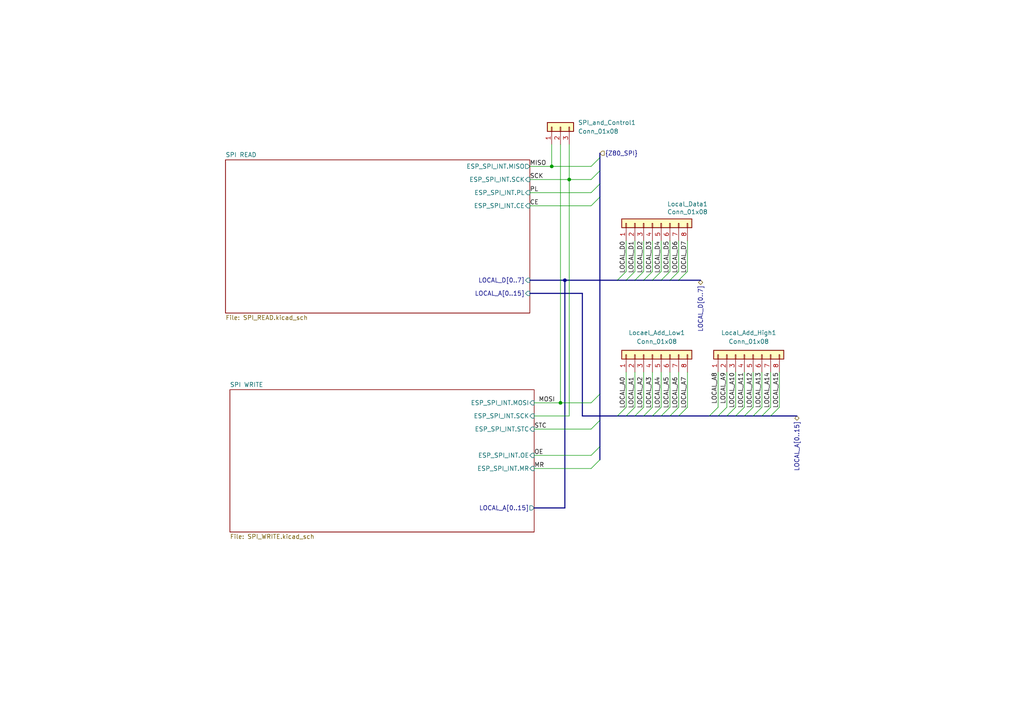
<source format=kicad_sch>
(kicad_sch
	(version 20231120)
	(generator "eeschema")
	(generator_version "8.0")
	(uuid "d3ba5bdf-b696-4f75-a3e5-7a63d251f2b7")
	(paper "A4")
	(lib_symbols
		(symbol "Connector_Generic:Conn_01x03"
			(pin_names
				(offset 1.016) hide)
			(exclude_from_sim no)
			(in_bom yes)
			(on_board yes)
			(property "Reference" "J"
				(at 0 5.08 0)
				(effects
					(font
						(size 1.27 1.27)
					)
				)
			)
			(property "Value" "Conn_01x03"
				(at 0 -5.08 0)
				(effects
					(font
						(size 1.27 1.27)
					)
				)
			)
			(property "Footprint" ""
				(at 0 0 0)
				(effects
					(font
						(size 1.27 1.27)
					)
					(hide yes)
				)
			)
			(property "Datasheet" "~"
				(at 0 0 0)
				(effects
					(font
						(size 1.27 1.27)
					)
					(hide yes)
				)
			)
			(property "Description" "Generic connector, single row, 01x03, script generated (kicad-library-utils/schlib/autogen/connector/)"
				(at 0 0 0)
				(effects
					(font
						(size 1.27 1.27)
					)
					(hide yes)
				)
			)
			(property "ki_keywords" "connector"
				(at 0 0 0)
				(effects
					(font
						(size 1.27 1.27)
					)
					(hide yes)
				)
			)
			(property "ki_fp_filters" "Connector*:*_1x??_*"
				(at 0 0 0)
				(effects
					(font
						(size 1.27 1.27)
					)
					(hide yes)
				)
			)
			(symbol "Conn_01x03_1_1"
				(rectangle
					(start -1.27 -2.413)
					(end 0 -2.667)
					(stroke
						(width 0.1524)
						(type default)
					)
					(fill
						(type none)
					)
				)
				(rectangle
					(start -1.27 0.127)
					(end 0 -0.127)
					(stroke
						(width 0.1524)
						(type default)
					)
					(fill
						(type none)
					)
				)
				(rectangle
					(start -1.27 2.667)
					(end 0 2.413)
					(stroke
						(width 0.1524)
						(type default)
					)
					(fill
						(type none)
					)
				)
				(rectangle
					(start -1.27 3.81)
					(end 1.27 -3.81)
					(stroke
						(width 0.254)
						(type default)
					)
					(fill
						(type background)
					)
				)
				(pin passive line
					(at -5.08 2.54 0)
					(length 3.81)
					(name "Pin_1"
						(effects
							(font
								(size 1.27 1.27)
							)
						)
					)
					(number "1"
						(effects
							(font
								(size 1.27 1.27)
							)
						)
					)
				)
				(pin passive line
					(at -5.08 0 0)
					(length 3.81)
					(name "Pin_2"
						(effects
							(font
								(size 1.27 1.27)
							)
						)
					)
					(number "2"
						(effects
							(font
								(size 1.27 1.27)
							)
						)
					)
				)
				(pin passive line
					(at -5.08 -2.54 0)
					(length 3.81)
					(name "Pin_3"
						(effects
							(font
								(size 1.27 1.27)
							)
						)
					)
					(number "3"
						(effects
							(font
								(size 1.27 1.27)
							)
						)
					)
				)
			)
		)
		(symbol "Connector_Generic:Conn_01x08"
			(pin_names
				(offset 1.016) hide)
			(exclude_from_sim no)
			(in_bom yes)
			(on_board yes)
			(property "Reference" "J"
				(at 0 10.16 0)
				(effects
					(font
						(size 1.27 1.27)
					)
				)
			)
			(property "Value" "Conn_01x08"
				(at 0 -12.7 0)
				(effects
					(font
						(size 1.27 1.27)
					)
				)
			)
			(property "Footprint" ""
				(at 0 0 0)
				(effects
					(font
						(size 1.27 1.27)
					)
					(hide yes)
				)
			)
			(property "Datasheet" "~"
				(at 0 0 0)
				(effects
					(font
						(size 1.27 1.27)
					)
					(hide yes)
				)
			)
			(property "Description" "Generic connector, single row, 01x08, script generated (kicad-library-utils/schlib/autogen/connector/)"
				(at 0 0 0)
				(effects
					(font
						(size 1.27 1.27)
					)
					(hide yes)
				)
			)
			(property "ki_keywords" "connector"
				(at 0 0 0)
				(effects
					(font
						(size 1.27 1.27)
					)
					(hide yes)
				)
			)
			(property "ki_fp_filters" "Connector*:*_1x??_*"
				(at 0 0 0)
				(effects
					(font
						(size 1.27 1.27)
					)
					(hide yes)
				)
			)
			(symbol "Conn_01x08_1_1"
				(rectangle
					(start -1.27 -10.033)
					(end 0 -10.287)
					(stroke
						(width 0.1524)
						(type default)
					)
					(fill
						(type none)
					)
				)
				(rectangle
					(start -1.27 -7.493)
					(end 0 -7.747)
					(stroke
						(width 0.1524)
						(type default)
					)
					(fill
						(type none)
					)
				)
				(rectangle
					(start -1.27 -4.953)
					(end 0 -5.207)
					(stroke
						(width 0.1524)
						(type default)
					)
					(fill
						(type none)
					)
				)
				(rectangle
					(start -1.27 -2.413)
					(end 0 -2.667)
					(stroke
						(width 0.1524)
						(type default)
					)
					(fill
						(type none)
					)
				)
				(rectangle
					(start -1.27 0.127)
					(end 0 -0.127)
					(stroke
						(width 0.1524)
						(type default)
					)
					(fill
						(type none)
					)
				)
				(rectangle
					(start -1.27 2.667)
					(end 0 2.413)
					(stroke
						(width 0.1524)
						(type default)
					)
					(fill
						(type none)
					)
				)
				(rectangle
					(start -1.27 5.207)
					(end 0 4.953)
					(stroke
						(width 0.1524)
						(type default)
					)
					(fill
						(type none)
					)
				)
				(rectangle
					(start -1.27 7.747)
					(end 0 7.493)
					(stroke
						(width 0.1524)
						(type default)
					)
					(fill
						(type none)
					)
				)
				(rectangle
					(start -1.27 8.89)
					(end 1.27 -11.43)
					(stroke
						(width 0.254)
						(type default)
					)
					(fill
						(type background)
					)
				)
				(pin passive line
					(at -5.08 7.62 0)
					(length 3.81)
					(name "Pin_1"
						(effects
							(font
								(size 1.27 1.27)
							)
						)
					)
					(number "1"
						(effects
							(font
								(size 1.27 1.27)
							)
						)
					)
				)
				(pin passive line
					(at -5.08 5.08 0)
					(length 3.81)
					(name "Pin_2"
						(effects
							(font
								(size 1.27 1.27)
							)
						)
					)
					(number "2"
						(effects
							(font
								(size 1.27 1.27)
							)
						)
					)
				)
				(pin passive line
					(at -5.08 2.54 0)
					(length 3.81)
					(name "Pin_3"
						(effects
							(font
								(size 1.27 1.27)
							)
						)
					)
					(number "3"
						(effects
							(font
								(size 1.27 1.27)
							)
						)
					)
				)
				(pin passive line
					(at -5.08 0 0)
					(length 3.81)
					(name "Pin_4"
						(effects
							(font
								(size 1.27 1.27)
							)
						)
					)
					(number "4"
						(effects
							(font
								(size 1.27 1.27)
							)
						)
					)
				)
				(pin passive line
					(at -5.08 -2.54 0)
					(length 3.81)
					(name "Pin_5"
						(effects
							(font
								(size 1.27 1.27)
							)
						)
					)
					(number "5"
						(effects
							(font
								(size 1.27 1.27)
							)
						)
					)
				)
				(pin passive line
					(at -5.08 -5.08 0)
					(length 3.81)
					(name "Pin_6"
						(effects
							(font
								(size 1.27 1.27)
							)
						)
					)
					(number "6"
						(effects
							(font
								(size 1.27 1.27)
							)
						)
					)
				)
				(pin passive line
					(at -5.08 -7.62 0)
					(length 3.81)
					(name "Pin_7"
						(effects
							(font
								(size 1.27 1.27)
							)
						)
					)
					(number "7"
						(effects
							(font
								(size 1.27 1.27)
							)
						)
					)
				)
				(pin passive line
					(at -5.08 -10.16 0)
					(length 3.81)
					(name "Pin_8"
						(effects
							(font
								(size 1.27 1.27)
							)
						)
					)
					(number "8"
						(effects
							(font
								(size 1.27 1.27)
							)
						)
					)
				)
			)
		)
	)
	(bus_alias "ESP_SPI"
		(members "MOSI" "MISO" "SCK" "SS")
	)
	(bus_alias "SP_SPI"
		(members "MISO" "MOSI" "SCK" "SS")
	)
	(bus_alias "Z80_SPI"
		(members "MOSI" "MISO" "SCK" "PL" "CE" "STC" "WR" "OE" "MR")
	)
	(junction
		(at 162.56 116.84)
		(diameter 0)
		(color 0 0 0 0)
		(uuid "1e25d02d-fbae-455d-bcc5-aa591ae985a8")
	)
	(junction
		(at 165.1 52.07)
		(diameter 0)
		(color 0 0 0 0)
		(uuid "c3ad3d5b-1966-4abd-b652-7673fe4113ed")
	)
	(junction
		(at 163.83 81.28)
		(diameter 0)
		(color 0 0 0 0)
		(uuid "d9857a41-1367-4061-a035-b5b3d8ddb1c5")
	)
	(junction
		(at 160.02 48.26)
		(diameter 0)
		(color 0 0 0 0)
		(uuid "d9b4d2ef-0adc-4195-973d-dd46f6a94c90")
	)
	(bus_entry
		(at 223.52 120.65)
		(size 2.54 -2.54)
		(stroke
			(width 0)
			(type default)
		)
		(uuid "04d6c110-52e3-4b6b-bc18-96f4ad392db8")
	)
	(bus_entry
		(at 205.74 120.65)
		(size 2.54 -2.54)
		(stroke
			(width 0)
			(type default)
		)
		(uuid "08c8dc9c-23a1-4d5b-bcbc-a8f323350fa0")
	)
	(bus_entry
		(at 173.99 57.15)
		(size -2.54 2.54)
		(stroke
			(width 0)
			(type default)
		)
		(uuid "0d948245-39e4-42f6-99c2-fa4736c2dfff")
	)
	(bus_entry
		(at 173.99 129.54)
		(size -2.54 2.54)
		(stroke
			(width 0)
			(type default)
		)
		(uuid "0e8df984-2a7b-4d35-a674-042bceaf97cf")
	)
	(bus_entry
		(at 173.99 133.35)
		(size -2.54 2.54)
		(stroke
			(width 0)
			(type default)
		)
		(uuid "23e005ca-9a7b-4e82-894c-b4eeb7a6fdd2")
	)
	(bus_entry
		(at 189.23 120.65)
		(size 2.54 -2.54)
		(stroke
			(width 0)
			(type default)
		)
		(uuid "2fc7e2f0-ad6e-4560-ade9-06333cea024e")
	)
	(bus_entry
		(at 196.85 120.65)
		(size 2.54 -2.54)
		(stroke
			(width 0)
			(type default)
		)
		(uuid "31320402-0a36-4918-977a-025a50b8bf19")
	)
	(bus_entry
		(at 208.28 120.65)
		(size 2.54 -2.54)
		(stroke
			(width 0)
			(type default)
		)
		(uuid "349f5c99-a6a9-43f7-a902-cb97f31ab556")
	)
	(bus_entry
		(at 186.69 81.28)
		(size 2.54 -2.54)
		(stroke
			(width 0)
			(type default)
		)
		(uuid "358fd62c-4d78-47c6-a2f9-5eb2bfc8f90d")
	)
	(bus_entry
		(at 220.98 120.65)
		(size 2.54 -2.54)
		(stroke
			(width 0)
			(type default)
		)
		(uuid "37f2a3b4-2040-4513-9147-9235c268cd1e")
	)
	(bus_entry
		(at 194.31 120.65)
		(size 2.54 -2.54)
		(stroke
			(width 0)
			(type default)
		)
		(uuid "3dd0b64a-4484-4d18-b4ee-b2ef152563f2")
	)
	(bus_entry
		(at 191.77 120.65)
		(size 2.54 -2.54)
		(stroke
			(width 0)
			(type default)
		)
		(uuid "3e1eef47-1ad2-4ca3-9cc2-f3ed23241ac6")
	)
	(bus_entry
		(at 173.99 45.72)
		(size -2.54 2.54)
		(stroke
			(width 0)
			(type default)
		)
		(uuid "49dda6ed-1a40-40fb-ae39-ef3fc8db6862")
	)
	(bus_entry
		(at 191.77 81.28)
		(size 2.54 -2.54)
		(stroke
			(width 0)
			(type default)
		)
		(uuid "4b3226d4-a47e-460e-ab5b-f36ee1d7176c")
	)
	(bus_entry
		(at 184.15 120.65)
		(size 2.54 -2.54)
		(stroke
			(width 0)
			(type default)
		)
		(uuid "522d276c-e496-40b8-9395-c768ae7350b1")
	)
	(bus_entry
		(at 210.82 120.65)
		(size 2.54 -2.54)
		(stroke
			(width 0)
			(type default)
		)
		(uuid "54cc215b-fc89-4e4a-843f-026e45baf34e")
	)
	(bus_entry
		(at 181.61 81.28)
		(size 2.54 -2.54)
		(stroke
			(width 0)
			(type default)
		)
		(uuid "67b2daca-2882-485e-871b-b8e0ca1aa82d")
	)
	(bus_entry
		(at 213.36 120.65)
		(size 2.54 -2.54)
		(stroke
			(width 0)
			(type default)
		)
		(uuid "7654223a-f17a-46cc-b135-99950f4aae1d")
	)
	(bus_entry
		(at 179.07 120.65)
		(size 2.54 -2.54)
		(stroke
			(width 0)
			(type default)
		)
		(uuid "76d63c40-984b-40df-9d6f-cbe71e5c4d4d")
	)
	(bus_entry
		(at 215.9 120.65)
		(size 2.54 -2.54)
		(stroke
			(width 0)
			(type default)
		)
		(uuid "93202a72-f9f0-484c-bc05-f95aa195a45b")
	)
	(bus_entry
		(at 184.15 81.28)
		(size 2.54 -2.54)
		(stroke
			(width 0)
			(type default)
		)
		(uuid "a98156a5-d5a9-4f45-9478-3f1c6bbf32db")
	)
	(bus_entry
		(at 218.44 120.65)
		(size 2.54 -2.54)
		(stroke
			(width 0)
			(type default)
		)
		(uuid "b30ed635-f2ca-4293-9b8f-18d3894842e3")
	)
	(bus_entry
		(at 189.23 81.28)
		(size 2.54 -2.54)
		(stroke
			(width 0)
			(type default)
		)
		(uuid "b7e79bbe-aa1d-4c37-a2b4-e82d33c04253")
	)
	(bus_entry
		(at 179.07 81.28)
		(size 2.54 -2.54)
		(stroke
			(width 0)
			(type default)
		)
		(uuid "ba230e1b-0e13-4ae4-9e32-15afa3d32522")
	)
	(bus_entry
		(at 196.85 81.28)
		(size 2.54 -2.54)
		(stroke
			(width 0)
			(type default)
		)
		(uuid "d0150014-9250-4596-a05c-b14bc006c3fb")
	)
	(bus_entry
		(at 181.61 120.65)
		(size 2.54 -2.54)
		(stroke
			(width 0)
			(type default)
		)
		(uuid "d4ea6c69-9fff-4c46-9b1d-003bd2e250ab")
	)
	(bus_entry
		(at 173.99 53.34)
		(size -2.54 2.54)
		(stroke
			(width 0)
			(type default)
		)
		(uuid "db2546b9-f287-42fe-990f-dda09f7e529f")
	)
	(bus_entry
		(at 173.99 114.3)
		(size -2.54 2.54)
		(stroke
			(width 0)
			(type default)
		)
		(uuid "e257f8a3-528c-44fe-92b2-6a46ed1363b3")
	)
	(bus_entry
		(at 173.99 121.92)
		(size -2.54 2.54)
		(stroke
			(width 0)
			(type default)
		)
		(uuid "e38516b0-4b6a-474a-a0f9-55bf977822e3")
	)
	(bus_entry
		(at 186.69 120.65)
		(size 2.54 -2.54)
		(stroke
			(width 0)
			(type default)
		)
		(uuid "e80969ee-6bb9-494c-8037-f22a0f9fc23c")
	)
	(bus_entry
		(at 194.31 81.28)
		(size 2.54 -2.54)
		(stroke
			(width 0)
			(type default)
		)
		(uuid "e9701a5e-dbad-47d6-a263-9814d25732ef")
	)
	(bus_entry
		(at 173.99 49.53)
		(size -2.54 2.54)
		(stroke
			(width 0)
			(type default)
		)
		(uuid "eb7a7c76-a565-449b-911a-47c3c5f9b1ef")
	)
	(wire
		(pts
			(xy 153.67 48.26) (xy 160.02 48.26)
		)
		(stroke
			(width 0)
			(type default)
		)
		(uuid "0012af6b-2a62-40a3-8946-d16a6b2305f8")
	)
	(wire
		(pts
			(xy 191.77 69.85) (xy 191.77 78.74)
		)
		(stroke
			(width 0)
			(type default)
		)
		(uuid "00794d80-aaa1-4a5c-8ed0-91cec631b383")
	)
	(bus
		(pts
			(xy 181.61 120.65) (xy 184.15 120.65)
		)
		(stroke
			(width 0)
			(type default)
		)
		(uuid "02e66f89-a8e7-4bac-9a57-d9aa41796ff4")
	)
	(bus
		(pts
			(xy 184.15 120.65) (xy 186.69 120.65)
		)
		(stroke
			(width 0)
			(type default)
		)
		(uuid "06c31697-c07e-45e7-8950-550947dd4055")
	)
	(wire
		(pts
			(xy 194.31 107.95) (xy 194.31 118.11)
		)
		(stroke
			(width 0)
			(type default)
		)
		(uuid "0bacc778-ea31-453c-9ae4-f7154815fd03")
	)
	(wire
		(pts
			(xy 160.02 41.91) (xy 160.02 48.26)
		)
		(stroke
			(width 0)
			(type default)
		)
		(uuid "0c6b82cc-6fc1-4099-8b17-2791cfc1ae79")
	)
	(wire
		(pts
			(xy 208.28 107.95) (xy 208.28 118.11)
		)
		(stroke
			(width 0)
			(type default)
		)
		(uuid "16ebc90e-56d2-4edd-b7ba-19d942a7178f")
	)
	(bus
		(pts
			(xy 173.99 121.92) (xy 173.99 129.54)
		)
		(stroke
			(width 0)
			(type default)
		)
		(uuid "188f3810-ffca-4c36-ab61-5704a7e6c752")
	)
	(wire
		(pts
			(xy 199.39 69.85) (xy 199.39 78.74)
		)
		(stroke
			(width 0)
			(type default)
		)
		(uuid "1a59a817-b280-4035-8ce6-85b92f39722a")
	)
	(bus
		(pts
			(xy 186.69 81.28) (xy 189.23 81.28)
		)
		(stroke
			(width 0)
			(type default)
		)
		(uuid "1c32687b-4e03-4b26-b416-018bafd19813")
	)
	(bus
		(pts
			(xy 184.15 81.28) (xy 186.69 81.28)
		)
		(stroke
			(width 0)
			(type default)
		)
		(uuid "1eb76188-e3f6-434f-ac15-731a6c507ee6")
	)
	(wire
		(pts
			(xy 171.45 48.26) (xy 160.02 48.26)
		)
		(stroke
			(width 0)
			(type default)
		)
		(uuid "1f3ffb64-eaec-4313-99ac-01daf383aecc")
	)
	(bus
		(pts
			(xy 173.99 53.34) (xy 173.99 57.15)
		)
		(stroke
			(width 0)
			(type default)
		)
		(uuid "20b05139-7242-4537-bccc-dd5832373ce0")
	)
	(wire
		(pts
			(xy 194.31 78.74) (xy 194.31 69.85)
		)
		(stroke
			(width 0)
			(type default)
		)
		(uuid "21897286-ad95-4b04-ac04-ad295fe7901a")
	)
	(wire
		(pts
			(xy 210.82 107.95) (xy 210.82 118.11)
		)
		(stroke
			(width 0)
			(type default)
		)
		(uuid "23a7274b-8981-419a-8350-c44c93113e88")
	)
	(wire
		(pts
			(xy 181.61 69.85) (xy 181.61 78.74)
		)
		(stroke
			(width 0)
			(type default)
		)
		(uuid "23e08ac9-1b9c-4a02-9428-512f562a5f40")
	)
	(bus
		(pts
			(xy 163.83 81.28) (xy 179.07 81.28)
		)
		(stroke
			(width 0)
			(type default)
		)
		(uuid "27245230-cfed-47f2-a806-26932f1cc74a")
	)
	(wire
		(pts
			(xy 184.15 78.74) (xy 184.15 69.85)
		)
		(stroke
			(width 0)
			(type default)
		)
		(uuid "30968993-bbe1-440e-99c1-60e72c82bc2e")
	)
	(wire
		(pts
			(xy 154.94 120.65) (xy 165.1 120.65)
		)
		(stroke
			(width 0)
			(type default)
		)
		(uuid "31517be5-af8e-4ac0-82ac-57a6d445befd")
	)
	(wire
		(pts
			(xy 171.45 132.08) (xy 154.94 132.08)
		)
		(stroke
			(width 0)
			(type default)
		)
		(uuid "3f58e15c-5633-4651-9701-ecaedc59dccc")
	)
	(wire
		(pts
			(xy 226.06 107.95) (xy 226.06 118.11)
		)
		(stroke
			(width 0)
			(type default)
		)
		(uuid "40f46542-533f-4e85-a935-4ee41e4ce665")
	)
	(wire
		(pts
			(xy 153.67 52.07) (xy 165.1 52.07)
		)
		(stroke
			(width 0)
			(type default)
		)
		(uuid "45248fb6-88dc-40b8-bb90-bda3eef93274")
	)
	(bus
		(pts
			(xy 210.82 120.65) (xy 213.36 120.65)
		)
		(stroke
			(width 0)
			(type default)
		)
		(uuid "4fa32e05-7609-43aa-aba9-23ca74b3b606")
	)
	(wire
		(pts
			(xy 153.67 55.88) (xy 171.45 55.88)
		)
		(stroke
			(width 0)
			(type default)
		)
		(uuid "50536e87-e5c2-47f5-87fe-a4d9ea625357")
	)
	(wire
		(pts
			(xy 153.67 59.69) (xy 171.45 59.69)
		)
		(stroke
			(width 0)
			(type default)
		)
		(uuid "51237b04-75cc-44f6-8bde-6f363f28f324")
	)
	(bus
		(pts
			(xy 179.07 81.28) (xy 181.61 81.28)
		)
		(stroke
			(width 0)
			(type default)
		)
		(uuid "51e004b8-1686-4d71-98a3-5b0c817fc398")
	)
	(wire
		(pts
			(xy 154.94 116.84) (xy 162.56 116.84)
		)
		(stroke
			(width 0)
			(type default)
		)
		(uuid "5578d809-5a02-4bfc-b1fd-e401a3ff6fd1")
	)
	(wire
		(pts
			(xy 215.9 107.95) (xy 215.9 118.11)
		)
		(stroke
			(width 0)
			(type default)
		)
		(uuid "59a7c20d-02fe-4130-83ab-4006a6314cea")
	)
	(wire
		(pts
			(xy 154.94 135.89) (xy 171.45 135.89)
		)
		(stroke
			(width 0)
			(type default)
		)
		(uuid "5f11cf18-b2c2-4426-b7b8-0314fb21e282")
	)
	(bus
		(pts
			(xy 205.74 120.65) (xy 208.28 120.65)
		)
		(stroke
			(width 0)
			(type default)
		)
		(uuid "5f3918ce-c19b-48a0-b9e7-ab010a019cda")
	)
	(bus
		(pts
			(xy 179.07 120.65) (xy 181.61 120.65)
		)
		(stroke
			(width 0)
			(type default)
		)
		(uuid "608520a2-0c14-4cd6-860d-0249850a113e")
	)
	(bus
		(pts
			(xy 191.77 81.28) (xy 194.31 81.28)
		)
		(stroke
			(width 0)
			(type default)
		)
		(uuid "6436ba1e-6259-4911-8201-9fc9798e4cd7")
	)
	(wire
		(pts
			(xy 162.56 41.91) (xy 162.56 116.84)
		)
		(stroke
			(width 0)
			(type default)
		)
		(uuid "6618c7cc-f882-4cb9-a9f3-e9874e06137f")
	)
	(wire
		(pts
			(xy 165.1 120.65) (xy 165.1 52.07)
		)
		(stroke
			(width 0)
			(type default)
		)
		(uuid "6755b09e-dda2-49a1-ba30-a3672457b39f")
	)
	(bus
		(pts
			(xy 215.9 120.65) (xy 218.44 120.65)
		)
		(stroke
			(width 0)
			(type default)
		)
		(uuid "6c03b079-9b3e-428f-9f5a-95d261125036")
	)
	(wire
		(pts
			(xy 171.45 116.84) (xy 162.56 116.84)
		)
		(stroke
			(width 0)
			(type default)
		)
		(uuid "73cd0dce-503e-449b-a191-ba5c87dad53c")
	)
	(wire
		(pts
			(xy 196.85 69.85) (xy 196.85 78.74)
		)
		(stroke
			(width 0)
			(type default)
		)
		(uuid "75d61e3e-0238-4659-a8af-963e203c9b2c")
	)
	(bus
		(pts
			(xy 168.91 120.65) (xy 179.07 120.65)
		)
		(stroke
			(width 0)
			(type default)
		)
		(uuid "780926a7-d7bd-496d-9ec1-40971f84550b")
	)
	(wire
		(pts
			(xy 171.45 124.46) (xy 154.94 124.46)
		)
		(stroke
			(width 0)
			(type default)
		)
		(uuid "7b22e1d8-cbc1-4368-9454-e38723c523ca")
	)
	(wire
		(pts
			(xy 165.1 52.07) (xy 171.45 52.07)
		)
		(stroke
			(width 0)
			(type default)
		)
		(uuid "8073a2bc-b4a1-4b0b-a19e-042ad10ba3db")
	)
	(wire
		(pts
			(xy 223.52 107.95) (xy 223.52 118.11)
		)
		(stroke
			(width 0)
			(type default)
		)
		(uuid "8437eb3b-ea4c-4d56-a2d6-a43345b28d2d")
	)
	(wire
		(pts
			(xy 189.23 107.95) (xy 189.23 118.11)
		)
		(stroke
			(width 0)
			(type default)
		)
		(uuid "888d8001-d6c7-4fdd-879d-d24690d571f9")
	)
	(bus
		(pts
			(xy 220.98 120.65) (xy 223.52 120.65)
		)
		(stroke
			(width 0)
			(type default)
		)
		(uuid "8a0aee1d-38c1-484e-b175-8f19cb7b0588")
	)
	(bus
		(pts
			(xy 186.69 120.65) (xy 189.23 120.65)
		)
		(stroke
			(width 0)
			(type default)
		)
		(uuid "8a0af996-7d12-4601-92e0-4e3bac9e1126")
	)
	(bus
		(pts
			(xy 194.31 120.65) (xy 196.85 120.65)
		)
		(stroke
			(width 0)
			(type default)
		)
		(uuid "8b54b8a0-c104-4582-8f28-784ebbae2905")
	)
	(bus
		(pts
			(xy 163.83 81.28) (xy 153.67 81.28)
		)
		(stroke
			(width 0)
			(type default)
		)
		(uuid "8c650762-0944-4d7f-b961-9c661ccd5487")
	)
	(wire
		(pts
			(xy 184.15 107.95) (xy 184.15 118.11)
		)
		(stroke
			(width 0)
			(type default)
		)
		(uuid "8d4f9957-4d75-41e4-a7f1-6c61a181a302")
	)
	(bus
		(pts
			(xy 163.83 147.32) (xy 163.83 81.28)
		)
		(stroke
			(width 0)
			(type default)
		)
		(uuid "8e5a65a5-da6e-4861-aa7c-5a1f68f067c3")
	)
	(wire
		(pts
			(xy 186.69 78.74) (xy 186.69 69.85)
		)
		(stroke
			(width 0)
			(type default)
		)
		(uuid "8f489842-0d77-44ff-b96c-53ebf9f1c68b")
	)
	(wire
		(pts
			(xy 213.36 107.95) (xy 213.36 118.11)
		)
		(stroke
			(width 0)
			(type default)
		)
		(uuid "92d5ce7e-5313-4308-bc81-070d705e6ca1")
	)
	(bus
		(pts
			(xy 168.91 85.09) (xy 153.67 85.09)
		)
		(stroke
			(width 0)
			(type default)
		)
		(uuid "93972e64-03c1-4648-9ac9-a383f196d7f7")
	)
	(bus
		(pts
			(xy 208.28 120.65) (xy 210.82 120.65)
		)
		(stroke
			(width 0)
			(type default)
		)
		(uuid "9a2179dd-72cb-4894-b5ff-403e05d6bb2d")
	)
	(bus
		(pts
			(xy 154.94 147.32) (xy 163.83 147.32)
		)
		(stroke
			(width 0)
			(type default)
		)
		(uuid "9ba78a01-21ea-4cbe-8f3a-2ca802efffb6")
	)
	(wire
		(pts
			(xy 196.85 107.95) (xy 196.85 118.11)
		)
		(stroke
			(width 0)
			(type default)
		)
		(uuid "9d039810-6ed5-42de-9538-ec8a4167314a")
	)
	(wire
		(pts
			(xy 218.44 107.95) (xy 218.44 118.11)
		)
		(stroke
			(width 0)
			(type default)
		)
		(uuid "a05c9681-a55a-4775-9669-10e10dd858af")
	)
	(bus
		(pts
			(xy 173.99 49.53) (xy 173.99 53.34)
		)
		(stroke
			(width 0)
			(type default)
		)
		(uuid "a094cc80-3a72-4e3c-ad71-557f21134750")
	)
	(wire
		(pts
			(xy 189.23 78.74) (xy 189.23 69.85)
		)
		(stroke
			(width 0)
			(type default)
		)
		(uuid "a28096f7-d695-4836-b60b-6afd2286c763")
	)
	(wire
		(pts
			(xy 186.69 107.95) (xy 186.69 118.11)
		)
		(stroke
			(width 0)
			(type default)
		)
		(uuid "a380cc23-77cd-4818-be67-1d4f84e6a968")
	)
	(bus
		(pts
			(xy 173.99 129.54) (xy 173.99 133.35)
		)
		(stroke
			(width 0)
			(type default)
		)
		(uuid "a8aa9352-d4cc-4011-b3e1-fdb814eb2f77")
	)
	(bus
		(pts
			(xy 196.85 81.28) (xy 203.2 81.28)
		)
		(stroke
			(width 0)
			(type default)
		)
		(uuid "b345bda4-29e4-46fe-8cf5-ca81e726d789")
	)
	(bus
		(pts
			(xy 168.91 85.09) (xy 168.91 120.65)
		)
		(stroke
			(width 0)
			(type default)
		)
		(uuid "bd8900c6-7229-4e71-aca4-2ed971b307cf")
	)
	(bus
		(pts
			(xy 191.77 120.65) (xy 194.31 120.65)
		)
		(stroke
			(width 0)
			(type default)
		)
		(uuid "be9f7562-9394-4716-9b51-e74e88c68b9e")
	)
	(wire
		(pts
			(xy 191.77 107.95) (xy 191.77 118.11)
		)
		(stroke
			(width 0)
			(type default)
		)
		(uuid "c0a5e97e-a565-47e7-8f1a-7049b5c292dd")
	)
	(bus
		(pts
			(xy 173.99 45.72) (xy 173.99 49.53)
		)
		(stroke
			(width 0)
			(type default)
		)
		(uuid "cc9cab94-6aec-4403-ab61-73ed5181e772")
	)
	(wire
		(pts
			(xy 220.98 107.95) (xy 220.98 118.11)
		)
		(stroke
			(width 0)
			(type default)
		)
		(uuid "ce3fcb57-7d35-41de-8ffc-bf8cb49f98ea")
	)
	(wire
		(pts
			(xy 181.61 107.95) (xy 181.61 118.11)
		)
		(stroke
			(width 0)
			(type default)
		)
		(uuid "cea2cda1-69ca-40f8-bb51-39dd74323be9")
	)
	(bus
		(pts
			(xy 173.99 57.15) (xy 173.99 114.3)
		)
		(stroke
			(width 0)
			(type default)
		)
		(uuid "d08ba759-da4e-498c-8dcc-c41093a5bbeb")
	)
	(bus
		(pts
			(xy 196.85 120.65) (xy 205.74 120.65)
		)
		(stroke
			(width 0)
			(type default)
		)
		(uuid "d23b0648-95de-4bc7-8620-93911b1fb6a6")
	)
	(bus
		(pts
			(xy 173.99 114.3) (xy 173.99 121.92)
		)
		(stroke
			(width 0)
			(type default)
		)
		(uuid "e25f3a50-9e7c-42cc-beed-12297908c5be")
	)
	(wire
		(pts
			(xy 199.39 107.95) (xy 199.39 118.11)
		)
		(stroke
			(width 0)
			(type default)
		)
		(uuid "e4ca2c9f-4699-4ec4-ac15-8cc643ff7b79")
	)
	(bus
		(pts
			(xy 181.61 81.28) (xy 184.15 81.28)
		)
		(stroke
			(width 0)
			(type default)
		)
		(uuid "e91a7819-bc70-4c97-b917-a1522c8635e9")
	)
	(bus
		(pts
			(xy 213.36 120.65) (xy 215.9 120.65)
		)
		(stroke
			(width 0)
			(type default)
		)
		(uuid "eb2cc86a-7cb8-434c-8e5c-ec4e15ad1356")
	)
	(bus
		(pts
			(xy 189.23 120.65) (xy 191.77 120.65)
		)
		(stroke
			(width 0)
			(type default)
		)
		(uuid "ec1abb14-42a1-4c8c-bc03-bfc93a8c55dd")
	)
	(bus
		(pts
			(xy 173.99 44.45) (xy 173.99 45.72)
		)
		(stroke
			(width 0)
			(type default)
		)
		(uuid "ec9e4343-efd2-420b-ae75-a28e1d98bda2")
	)
	(bus
		(pts
			(xy 218.44 120.65) (xy 220.98 120.65)
		)
		(stroke
			(width 0)
			(type default)
		)
		(uuid "ef02316d-8566-4751-9b3a-42848acce43b")
	)
	(wire
		(pts
			(xy 165.1 41.91) (xy 165.1 52.07)
		)
		(stroke
			(width 0)
			(type default)
		)
		(uuid "ef9c4b1a-456d-4deb-8c14-c109a4ebb11a")
	)
	(bus
		(pts
			(xy 189.23 81.28) (xy 191.77 81.28)
		)
		(stroke
			(width 0)
			(type default)
		)
		(uuid "f003b8a7-1a6d-4d78-9133-fa9286a43cc3")
	)
	(bus
		(pts
			(xy 194.31 81.28) (xy 196.85 81.28)
		)
		(stroke
			(width 0)
			(type default)
		)
		(uuid "f18c0107-4a37-4113-b708-61493156bd92")
	)
	(bus
		(pts
			(xy 223.52 120.65) (xy 231.14 120.65)
		)
		(stroke
			(width 0)
			(type default)
		)
		(uuid "f6da1417-a43e-428a-ac88-a78866d84a10")
	)
	(label "STC"
		(at 154.94 124.46 0)
		(fields_autoplaced yes)
		(effects
			(font
				(size 1.27 1.27)
			)
			(justify left bottom)
		)
		(uuid "02003edb-429c-4eb8-8197-d9f0ca3b5087")
	)
	(label "LOCAL_A12"
		(at 218.44 107.95 270)
		(fields_autoplaced yes)
		(effects
			(font
				(size 1.27 1.27)
			)
			(justify right bottom)
		)
		(uuid "04613420-f303-4899-83f3-94a22ad718b0")
	)
	(label "LOCAL_D4"
		(at 191.77 69.85 270)
		(fields_autoplaced yes)
		(effects
			(font
				(size 1.27 1.27)
			)
			(justify right bottom)
		)
		(uuid "2666dc1f-1d86-406d-9eb0-03116fd0821e")
	)
	(label "LOCAL_A3"
		(at 189.23 109.22 270)
		(fields_autoplaced yes)
		(effects
			(font
				(size 1.27 1.27)
			)
			(justify right bottom)
		)
		(uuid "2d5713c7-7fe5-45a5-aea9-26507619940c")
	)
	(label "LOCAL_A13"
		(at 220.98 107.95 270)
		(fields_autoplaced yes)
		(effects
			(font
				(size 1.27 1.27)
			)
			(justify right bottom)
		)
		(uuid "2dad1ab7-4d4f-48ff-b354-e8b2e4c431c9")
	)
	(label "PL"
		(at 153.67 55.88 0)
		(fields_autoplaced yes)
		(effects
			(font
				(size 1.27 1.27)
			)
			(justify left bottom)
		)
		(uuid "38586365-9f0d-478f-a791-1e0a19592f86")
	)
	(label "LOCAL_A15"
		(at 226.06 107.95 270)
		(fields_autoplaced yes)
		(effects
			(font
				(size 1.27 1.27)
			)
			(justify right bottom)
		)
		(uuid "4b61e960-69f3-4a97-932a-c9fd7ab97682")
	)
	(label "LOCAL_D5"
		(at 194.31 69.85 270)
		(fields_autoplaced yes)
		(effects
			(font
				(size 1.27 1.27)
			)
			(justify right bottom)
		)
		(uuid "4d85ec9d-ac46-422d-83ab-42a35bb0aac6")
	)
	(label "LOCAL_D7"
		(at 199.39 69.85 270)
		(fields_autoplaced yes)
		(effects
			(font
				(size 1.27 1.27)
			)
			(justify right bottom)
		)
		(uuid "55fe9a58-5145-4be9-b5d8-fe11f32a014c")
	)
	(label "LOCAL_A14"
		(at 223.52 107.95 270)
		(fields_autoplaced yes)
		(effects
			(font
				(size 1.27 1.27)
			)
			(justify right bottom)
		)
		(uuid "56908cf9-7657-493a-81c3-14ea4121a0bf")
	)
	(label "LOCAL_A1"
		(at 184.15 109.22 270)
		(fields_autoplaced yes)
		(effects
			(font
				(size 1.27 1.27)
			)
			(justify right bottom)
		)
		(uuid "5aa9631e-0676-46d6-bc60-b91da0470680")
	)
	(label "LOCAL_A10"
		(at 213.36 107.95 270)
		(fields_autoplaced yes)
		(effects
			(font
				(size 1.27 1.27)
			)
			(justify right bottom)
		)
		(uuid "5fc53a5d-5d44-4223-b48f-c5fd6fd933a1")
	)
	(label "LOCAL_A8"
		(at 208.28 107.95 270)
		(fields_autoplaced yes)
		(effects
			(font
				(size 1.27 1.27)
			)
			(justify right bottom)
		)
		(uuid "673a1838-1126-4662-b088-69f868b4c7c3")
	)
	(label "MR"
		(at 154.94 135.89 0)
		(fields_autoplaced yes)
		(effects
			(font
				(size 1.27 1.27)
			)
			(justify left bottom)
		)
		(uuid "69ebe360-0647-4c4a-9b85-e8144aa5aa79")
	)
	(label "CE"
		(at 153.67 59.69 0)
		(fields_autoplaced yes)
		(effects
			(font
				(size 1.27 1.27)
			)
			(justify left bottom)
		)
		(uuid "6f190fb4-71c9-4ebd-9942-65902a2a0e6b")
	)
	(label "LOCAL_A5"
		(at 194.31 109.22 270)
		(fields_autoplaced yes)
		(effects
			(font
				(size 1.27 1.27)
			)
			(justify right bottom)
		)
		(uuid "72ab2d88-1bc2-4c14-8d87-cc00673b86f9")
	)
	(label "LOCAL_A9"
		(at 210.82 107.95 270)
		(fields_autoplaced yes)
		(effects
			(font
				(size 1.27 1.27)
			)
			(justify right bottom)
		)
		(uuid "75448179-389d-409e-8a89-cf903f1cb482")
	)
	(label "LOCAL_A6"
		(at 196.85 109.22 270)
		(fields_autoplaced yes)
		(effects
			(font
				(size 1.27 1.27)
			)
			(justify right bottom)
		)
		(uuid "8c933b1d-c015-48df-94a5-c2096ad00591")
	)
	(label "LOCAL_D1"
		(at 184.15 69.85 270)
		(fields_autoplaced yes)
		(effects
			(font
				(size 1.27 1.27)
			)
			(justify right bottom)
		)
		(uuid "9784f407-974d-43b7-8dfc-3f48c33f696d")
	)
	(label "LOCAL_A2"
		(at 186.69 109.22 270)
		(fields_autoplaced yes)
		(effects
			(font
				(size 1.27 1.27)
			)
			(justify right bottom)
		)
		(uuid "9a0ab925-1b34-43d2-b81d-e850826158e2")
	)
	(label "LOCAL_A11"
		(at 215.9 107.95 270)
		(fields_autoplaced yes)
		(effects
			(font
				(size 1.27 1.27)
			)
			(justify right bottom)
		)
		(uuid "a4c4fb1d-4c8f-4545-8d71-fc79be71840c")
	)
	(label "MISO"
		(at 153.67 48.26 0)
		(fields_autoplaced yes)
		(effects
			(font
				(size 1.27 1.27)
			)
			(justify left bottom)
		)
		(uuid "af51e311-88ac-452c-b899-8965315701b7")
	)
	(label "LOCAL_D3"
		(at 189.23 69.85 270)
		(fields_autoplaced yes)
		(effects
			(font
				(size 1.27 1.27)
			)
			(justify right bottom)
		)
		(uuid "b4d9def3-96c0-4f82-9f79-cbbd917aeaa4")
	)
	(label "LOCAL_A7"
		(at 199.39 109.22 270)
		(fields_autoplaced yes)
		(effects
			(font
				(size 1.27 1.27)
			)
			(justify right bottom)
		)
		(uuid "b6312cc2-bdf1-4035-b0f4-f13534005ed4")
	)
	(label "LOCAL_A0"
		(at 181.61 109.22 270)
		(fields_autoplaced yes)
		(effects
			(font
				(size 1.27 1.27)
			)
			(justify right bottom)
		)
		(uuid "ca39f0c0-cc23-462d-8d07-4132cb887047")
	)
	(label "MOSI"
		(at 156.21 116.84 0)
		(fields_autoplaced yes)
		(effects
			(font
				(size 1.27 1.27)
			)
			(justify left bottom)
		)
		(uuid "ca7fc270-4d30-469b-b7c1-d5e9b93fc40b")
	)
	(label "OE"
		(at 154.94 132.08 0)
		(fields_autoplaced yes)
		(effects
			(font
				(size 1.27 1.27)
			)
			(justify left bottom)
		)
		(uuid "d9363a8d-4afd-4191-add2-54a51eabc148")
	)
	(label "LOCAL_D2"
		(at 186.69 69.85 270)
		(fields_autoplaced yes)
		(effects
			(font
				(size 1.27 1.27)
			)
			(justify right bottom)
		)
		(uuid "dbbe0fc4-580a-4f4f-a508-8bd5780a9848")
	)
	(label "SCK"
		(at 153.67 52.07 0)
		(fields_autoplaced yes)
		(effects
			(font
				(size 1.27 1.27)
			)
			(justify left bottom)
		)
		(uuid "dbf2eb61-1499-4c96-b990-86479c4fe696")
	)
	(label "LOCAL_A4"
		(at 191.77 109.22 270)
		(fields_autoplaced yes)
		(effects
			(font
				(size 1.27 1.27)
			)
			(justify right bottom)
		)
		(uuid "e8057d22-6c55-4a89-9144-301862182c76")
	)
	(label "LOCAL_D6"
		(at 196.85 69.85 270)
		(fields_autoplaced yes)
		(effects
			(font
				(size 1.27 1.27)
			)
			(justify right bottom)
		)
		(uuid "e9f77689-322f-4642-ab73-d501939a40d2")
	)
	(label "LOCAL_D0"
		(at 181.61 69.85 270)
		(fields_autoplaced yes)
		(effects
			(font
				(size 1.27 1.27)
			)
			(justify right bottom)
		)
		(uuid "f84176c3-4e57-4f14-8204-a8755231c424")
	)
	(hierarchical_label "LOCAL_D[0..7]"
		(shape bidirectional)
		(at 203.2 81.28 270)
		(fields_autoplaced yes)
		(effects
			(font
				(size 1.27 1.27)
			)
			(justify right)
		)
		(uuid "09da4389-d376-4315-9378-abe1a126e487")
	)
	(hierarchical_label "{Z80_SPI}"
		(shape input)
		(at 173.99 44.45 0)
		(fields_autoplaced yes)
		(effects
			(font
				(size 1.27 1.27)
			)
			(justify left)
		)
		(uuid "8b633c0f-eaed-4d29-9cce-69b6e6f935e2")
	)
	(hierarchical_label "LOCAL_A[0..15]"
		(shape bidirectional)
		(at 231.14 120.65 270)
		(fields_autoplaced yes)
		(effects
			(font
				(size 1.27 1.27)
			)
			(justify right)
		)
		(uuid "ae0b3e7f-a103-487b-9637-c0745f04f4a4")
	)
	(symbol
		(lib_id "Connector_Generic:Conn_01x08")
		(at 189.23 64.77 90)
		(unit 1)
		(exclude_from_sim no)
		(in_bom yes)
		(on_board yes)
		(dnp no)
		(uuid "01625db5-5b7b-4a84-ba35-36adf7aab84a")
		(property "Reference" "Local_Data1"
			(at 199.39 59.182 90)
			(effects
				(font
					(size 1.27 1.27)
				)
			)
		)
		(property "Value" "Conn_01x08"
			(at 199.39 61.468 90)
			(effects
				(font
					(size 1.27 1.27)
				)
			)
		)
		(property "Footprint" ""
			(at 189.23 64.77 0)
			(effects
				(font
					(size 1.27 1.27)
				)
				(hide yes)
			)
		)
		(property "Datasheet" "~"
			(at 189.23 64.77 0)
			(effects
				(font
					(size 1.27 1.27)
				)
				(hide yes)
			)
		)
		(property "Description" "Generic connector, single row, 01x08, script generated (kicad-library-utils/schlib/autogen/connector/)"
			(at 189.23 64.77 0)
			(effects
				(font
					(size 1.27 1.27)
				)
				(hide yes)
			)
		)
		(pin "3"
			(uuid "79201f3f-4855-4a7c-b7ee-d092e8d9845f")
		)
		(pin "7"
			(uuid "02bb703e-2b31-43f5-89ce-9f24ce0f4282")
		)
		(pin "1"
			(uuid "1f65bbf4-8dfa-491c-a099-f5d0f0a05ceb")
		)
		(pin "5"
			(uuid "2cee3f60-61ba-4bce-a3f1-d8d3e0069e24")
		)
		(pin "6"
			(uuid "90eb8fa4-436c-4bc5-8177-36854a6ba651")
		)
		(pin "8"
			(uuid "2bf4b1ca-0cbb-42f6-87c1-33c8bf1621b0")
		)
		(pin "4"
			(uuid "d269194b-41ec-4c1d-91c9-e9cf18fa8281")
		)
		(pin "2"
			(uuid "d7c8de88-8799-40a1-b413-3030ec520272")
		)
		(instances
			(project "FujiNet 4.0"
				(path "/3f4c9c6f-2a2f-4b07-95a4-300eafec0cc9/e89e02ac-97b1-4ed7-9215-dbe6f0f0ecbc"
					(reference "Local_Data1")
					(unit 1)
				)
			)
		)
	)
	(symbol
		(lib_id "Connector_Generic:Conn_01x08")
		(at 215.9 102.87 90)
		(unit 1)
		(exclude_from_sim no)
		(in_bom yes)
		(on_board yes)
		(dnp no)
		(fields_autoplaced yes)
		(uuid "27f71b68-54f4-48ab-bca2-453f3e66e40d")
		(property "Reference" "Local_Add_High1"
			(at 217.17 96.52 90)
			(effects
				(font
					(size 1.27 1.27)
				)
			)
		)
		(property "Value" "Conn_01x08"
			(at 217.17 99.06 90)
			(effects
				(font
					(size 1.27 1.27)
				)
			)
		)
		(property "Footprint" ""
			(at 215.9 102.87 0)
			(effects
				(font
					(size 1.27 1.27)
				)
				(hide yes)
			)
		)
		(property "Datasheet" "~"
			(at 215.9 102.87 0)
			(effects
				(font
					(size 1.27 1.27)
				)
				(hide yes)
			)
		)
		(property "Description" "Generic connector, single row, 01x08, script generated (kicad-library-utils/schlib/autogen/connector/)"
			(at 215.9 102.87 0)
			(effects
				(font
					(size 1.27 1.27)
				)
				(hide yes)
			)
		)
		(pin "5"
			(uuid "39cd6959-8239-49d8-beba-fb75451319fd")
		)
		(pin "6"
			(uuid "df5b86b1-356e-4926-86af-6e084ee9fe35")
		)
		(pin "3"
			(uuid "7b669cc5-47c3-4410-9432-61ba9ad85081")
		)
		(pin "1"
			(uuid "a3b091f7-390f-487f-b2f0-0019534d2972")
		)
		(pin "2"
			(uuid "6a01d916-0e6f-4952-8cda-c55e0925bba2")
		)
		(pin "4"
			(uuid "5b6dcd9e-1d4f-4e71-ba83-7b087cf435d2")
		)
		(pin "7"
			(uuid "7512cf8d-a218-4b00-bdaf-e24bea35e05f")
		)
		(pin "8"
			(uuid "5c6b0d9e-98fa-4f8d-806e-e295083949ae")
		)
		(instances
			(project "FujiNet 4.0"
				(path "/3f4c9c6f-2a2f-4b07-95a4-300eafec0cc9/e89e02ac-97b1-4ed7-9215-dbe6f0f0ecbc"
					(reference "Local_Add_High1")
					(unit 1)
				)
			)
		)
	)
	(symbol
		(lib_id "Connector_Generic:Conn_01x08")
		(at 189.23 102.87 90)
		(unit 1)
		(exclude_from_sim no)
		(in_bom yes)
		(on_board yes)
		(dnp no)
		(fields_autoplaced yes)
		(uuid "dae29333-6cab-4e06-b391-c60f3f235386")
		(property "Reference" "Locael_Add_Low1"
			(at 190.5 96.52 90)
			(effects
				(font
					(size 1.27 1.27)
				)
			)
		)
		(property "Value" "Conn_01x08"
			(at 190.5 99.06 90)
			(effects
				(font
					(size 1.27 1.27)
				)
			)
		)
		(property "Footprint" ""
			(at 189.23 102.87 0)
			(effects
				(font
					(size 1.27 1.27)
				)
				(hide yes)
			)
		)
		(property "Datasheet" "~"
			(at 189.23 102.87 0)
			(effects
				(font
					(size 1.27 1.27)
				)
				(hide yes)
			)
		)
		(property "Description" "Generic connector, single row, 01x08, script generated (kicad-library-utils/schlib/autogen/connector/)"
			(at 189.23 102.87 0)
			(effects
				(font
					(size 1.27 1.27)
				)
				(hide yes)
			)
		)
		(pin "7"
			(uuid "8616af7a-455b-4ce7-9d00-9a938cf692f1")
		)
		(pin "2"
			(uuid "910d5372-6b17-4d36-a045-e44a31dfd0b8")
		)
		(pin "5"
			(uuid "e2f0bdc5-d02c-46c4-815b-85f296bebf23")
		)
		(pin "6"
			(uuid "b94e8714-c2e2-4c4a-8b30-396da3af205d")
		)
		(pin "4"
			(uuid "8bc598bd-5ffe-4970-b0fe-d7c5698bae74")
		)
		(pin "1"
			(uuid "e5b1c06e-a52b-4839-af8f-fe15bd21c503")
		)
		(pin "8"
			(uuid "40f8f0fb-0d65-4b8b-b1fd-8f1d07582ae9")
		)
		(pin "3"
			(uuid "45dbb941-c040-4b7f-9f78-744e9f3dbc59")
		)
		(instances
			(project "FujiNet 4.0"
				(path "/3f4c9c6f-2a2f-4b07-95a4-300eafec0cc9/e89e02ac-97b1-4ed7-9215-dbe6f0f0ecbc"
					(reference "Locael_Add_Low1")
					(unit 1)
				)
			)
		)
	)
	(symbol
		(lib_id "Connector_Generic:Conn_01x03")
		(at 162.56 36.83 90)
		(unit 1)
		(exclude_from_sim no)
		(in_bom yes)
		(on_board yes)
		(dnp no)
		(fields_autoplaced yes)
		(uuid "fce4bcbd-08db-45a9-84d5-ead694b8048d")
		(property "Reference" "SPI_and_Control1"
			(at 167.64 35.5599 90)
			(effects
				(font
					(size 1.27 1.27)
				)
				(justify right)
			)
		)
		(property "Value" "Conn_01x08"
			(at 167.64 38.0999 90)
			(effects
				(font
					(size 1.27 1.27)
				)
				(justify right)
			)
		)
		(property "Footprint" ""
			(at 162.56 36.83 0)
			(effects
				(font
					(size 1.27 1.27)
				)
				(hide yes)
			)
		)
		(property "Datasheet" "~"
			(at 162.56 36.83 0)
			(effects
				(font
					(size 1.27 1.27)
				)
				(hide yes)
			)
		)
		(property "Description" "Generic connector, single row, 01x03, script generated (kicad-library-utils/schlib/autogen/connector/)"
			(at 162.56 36.83 0)
			(effects
				(font
					(size 1.27 1.27)
				)
				(hide yes)
			)
		)
		(pin "1"
			(uuid "d5467a37-6257-4f10-a91d-aef8ed2ea8fc")
		)
		(pin "3"
			(uuid "3e9d1be1-92b6-443d-84c9-acd06e219cf9")
		)
		(pin "2"
			(uuid "97691817-8c93-4ce5-8c60-18ebc2410ca1")
		)
		(instances
			(project "FujiNet 4.0"
				(path "/3f4c9c6f-2a2f-4b07-95a4-300eafec0cc9/e89e02ac-97b1-4ed7-9215-dbe6f0f0ecbc"
					(reference "SPI_and_Control1")
					(unit 1)
				)
			)
		)
	)
	(sheet
		(at 66.675 113.03)
		(size 88.265 41.275)
		(fields_autoplaced yes)
		(stroke
			(width 0.1524)
			(type solid)
		)
		(fill
			(color 0 0 0 0.0000)
		)
		(uuid "c9237791-81be-43ae-9a6d-8a4b538586a5")
		(property "Sheetname" "SPI WRITE"
			(at 66.675 112.3184 0)
			(effects
				(font
					(size 1.27 1.27)
				)
				(justify left bottom)
			)
		)
		(property "Sheetfile" "SPI_WRITE.kicad_sch"
			(at 66.675 154.8896 0)
			(effects
				(font
					(size 1.27 1.27)
				)
				(justify left top)
			)
		)
		(pin "LOCAL_A[0..15]" output
			(at 154.94 147.32 0)
			(effects
				(font
					(size 1.27 1.27)
				)
				(justify right)
			)
			(uuid "17a46943-440c-464c-a4bb-b4ac8ae72fa6")
		)
		(pin "ESP_SPI_INT.SCK" input
			(at 154.94 120.65 0)
			(effects
				(font
					(size 1.27 1.27)
				)
				(justify right)
			)
			(uuid "30d0cd82-1e29-413c-b010-593bd1d56d1e")
		)
		(pin "ESP_SPI_INT.MR" input
			(at 154.94 135.89 0)
			(effects
				(font
					(size 1.27 1.27)
				)
				(justify right)
			)
			(uuid "c7453013-659c-4621-8e46-7bcbb9072ebd")
		)
		(pin "ESP_SPI_INT.MOSI" input
			(at 154.94 116.84 0)
			(effects
				(font
					(size 1.27 1.27)
				)
				(justify right)
			)
			(uuid "27e76cbc-23d9-427a-95e6-6895d27eb32b")
		)
		(pin "ESP_SPI_INT.STC" input
			(at 154.94 124.46 0)
			(effects
				(font
					(size 1.27 1.27)
				)
				(justify right)
			)
			(uuid "c13cab4f-0f23-4ea6-bb2c-84c388b65e3a")
		)
		(pin "ESP_SPI_INT.OE" input
			(at 154.94 132.08 0)
			(effects
				(font
					(size 1.27 1.27)
				)
				(justify right)
			)
			(uuid "4b591f43-c8c0-4840-a4cf-3a24a3b5f52b")
		)
		(instances
			(project "FujiNet 4.0"
				(path "/3f4c9c6f-2a2f-4b07-95a4-300eafec0cc9/e89e02ac-97b1-4ed7-9215-dbe6f0f0ecbc"
					(page "4")
				)
			)
		)
	)
	(sheet
		(at 65.405 46.355)
		(size 88.265 44.45)
		(fields_autoplaced yes)
		(stroke
			(width 0.1524)
			(type solid)
		)
		(fill
			(color 0 0 0 0.0000)
		)
		(uuid "e12cc9cf-4eac-4753-853e-b9d839a4e048")
		(property "Sheetname" "SPI READ"
			(at 65.405 45.6434 0)
			(effects
				(font
					(size 1.27 1.27)
				)
				(justify left bottom)
			)
		)
		(property "Sheetfile" "SPI_READ.kicad_sch"
			(at 65.405 91.3896 0)
			(effects
				(font
					(size 1.27 1.27)
				)
				(justify left top)
			)
		)
		(pin "ESP_SPI_INT.CE" input
			(at 153.67 59.69 0)
			(effects
				(font
					(size 1.27 1.27)
				)
				(justify right)
			)
			(uuid "92b12da1-59aa-4e15-b0a6-179234c65936")
		)
		(pin "ESP_SPI_INT.PL" input
			(at 153.67 55.88 0)
			(effects
				(font
					(size 1.27 1.27)
				)
				(justify right)
			)
			(uuid "cf687d42-1d57-43cf-b0b2-2a8bbb6e6707")
		)
		(pin "LOCAL_A[0..15]" input
			(at 153.67 85.09 0)
			(effects
				(font
					(size 1.27 1.27)
				)
				(justify right)
			)
			(uuid "a5bc0078-a7d1-483d-9563-5ba386fd4a17")
		)
		(pin "LOCAL_D[0..7]" input
			(at 153.67 81.28 0)
			(effects
				(font
					(size 1.27 1.27)
				)
				(justify right)
			)
			(uuid "9d65f3ab-8709-4f64-8d7e-28488fe3ccf7")
		)
		(pin "ESP_SPI_INT.SCK" input
			(at 153.67 52.07 0)
			(effects
				(font
					(size 1.27 1.27)
				)
				(justify right)
			)
			(uuid "70a29700-989d-4633-b8eb-fa6b017277df")
		)
		(pin "ESP_SPI_INT.MISO" output
			(at 153.67 48.26 0)
			(effects
				(font
					(size 1.27 1.27)
				)
				(justify right)
			)
			(uuid "35bb219f-a617-439c-b39c-f486f844fb82")
		)
		(instances
			(project "FujiNet 4.0"
				(path "/3f4c9c6f-2a2f-4b07-95a4-300eafec0cc9/e89e02ac-97b1-4ed7-9215-dbe6f0f0ecbc"
					(page "3")
				)
			)
		)
	)
)
</source>
